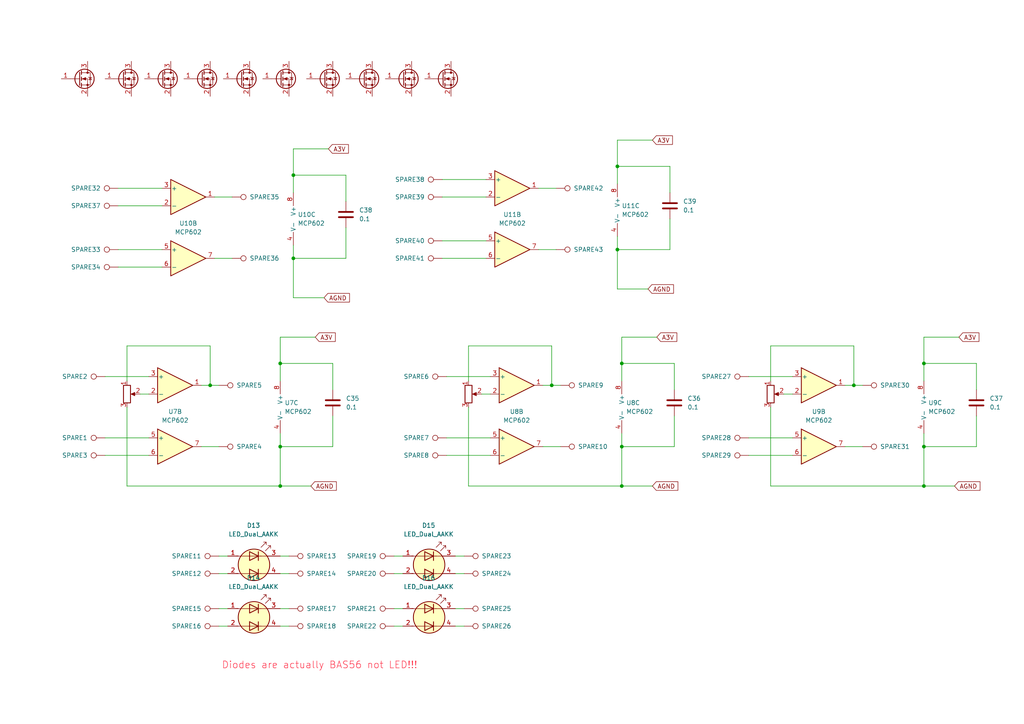
<source format=kicad_sch>
(kicad_sch (version 20250114) (generator "eeschema") (generator_version "9.0")
  (paper "A4")
  (lib_symbols
    (symbol "Amplifier_Operational:MCP602" (pin_names (offset 0.127))
      (property "Reference" "U" (at 0 5.08 0))
      (property "Value" "MCP602" (at 0 -5.08 0))
      (symbol "MCP602_1_1"
        (polyline (pts (xy -5.08 5.08) (xy 5.08 0) (xy -5.08 -5.08) (xy -5.08 5.08)) (stroke (width 0.254)) (fill (type background)))
        (pin input line (at -7.62 2.54 0) (length 2.54) (name "+") (number "3"))
        (pin input line (at -7.62 -2.54 0) (length 2.54) (name "-") (number "2"))
        (pin output line (at 7.62 0 180) (length 2.54) (name "~") (number "1"))
      )
      (symbol "MCP602_2_1"
        (polyline (pts (xy -5.08 5.08) (xy 5.08 0) (xy -5.08 -5.08) (xy -5.08 5.08)) (stroke (width 0.254)) (fill (type background)))
        (pin input line (at -7.62 2.54 0) (length 2.54) (name "+") (number "5"))
        (pin input line (at -7.62 -2.54 0) (length 2.54) (name "-") (number "6"))
        (pin output line (at 7.62 0 180) (length 2.54) (name "~") (number "7"))
      )
      (symbol "MCP602_3_1"
        (pin power_in line (at -2.54 7.62 270) (length 3.81) (name "V+") (number "8"))
        (pin power_in line (at -2.54 -7.62 90) (length 3.81) (name "V-") (number "4"))
      )
    )
    (symbol "Connector:TestPoint" (pin_numbers (hide yes)) (pin_names (offset 0.762) (hide yes))
      (property "Reference" "TP" (at 0 6.858 0))
      (property "Value" "TestPoint" (at 0 5.08 0))
      (symbol "TestPoint_0_1"
        (circle (center 0 3.302) (radius 0.762))
      )
      (symbol "TestPoint_1_1"
        (pin passive line (at 0 0 90) (length 2.54) (name "1") (number "1"))
      )
    )
    (symbol "Device:C" (pin_numbers (hide yes)) (pin_names (offset 0.254))
      (property "Reference" "C" (at 0.635 2.54 0))
      (property "Value" "C" (at 0.635 -2.54 0))
      (symbol "C_0_1"
        (polyline (pts (xy -2.032 0.762) (xy 2.032 0.762)) (stroke (width 0.508)))
        (polyline (pts (xy -2.032 -0.762) (xy 2.032 -0.762)) (stroke (width 0.508)))
      )
      (symbol "C_1_1"
        (pin passive line (at 0 3.81 270) (length 2.794) (name "~") (number "1"))
        (pin passive line (at 0 -3.81 90) (length 2.794) (name "~") (number "2"))
      )
    )
    (symbol "Device:LED_Dual_AAKK" (pin_names (offset 0) (hide yes))
      (property "Reference" "D" (at 0 5.715 0))
      (property "Value" "LED_Dual_AAKK" (at 0 -6.35 0))
      (symbol "LED_Dual_AAKK_0_1"
        (polyline (pts (xy -5.08 2.54) (xy 2.032 2.54)))
        (polyline (pts (xy -5.08 -2.54) (xy 2.032 -2.54)))
        (polyline (pts (xy -1.27 3.81) (xy -1.27 1.27) (xy 1.27 2.54) (xy -1.27 3.81)) (stroke (width 0.254)))
        (polyline (pts (xy -1.27 -1.27) (xy -1.27 -3.81) (xy 1.27 -2.54) (xy -1.27 -1.27)) (stroke (width 0.254)))
        (circle (center 0 0) (radius 4.572) (stroke (width 0.254)) (fill (type background)))
        (polyline (pts (xy 1.27 3.81) (xy 1.27 1.27)) (stroke (width 0.254)))
        (polyline (pts (xy 1.27 -1.27) (xy 1.27 -3.81)) (stroke (width 0.254)))
        (polyline (pts (xy 2.032 5.08) (xy 3.556 6.604) (xy 2.794 6.604) (xy 3.556 6.604) (xy 3.556 5.842)))
        (polyline (pts (xy 3.302 4.064) (xy 4.826 5.588) (xy 4.064 5.588) (xy 4.826 5.588) (xy 4.826 4.826)))
        (polyline (pts (xy 3.81 2.54) (xy 1.905 2.54)))
        (polyline (pts (xy 3.81 -2.54) (xy 1.905 -2.54)))
      )
      (symbol "LED_Dual_AAKK_1_1"
        (pin input line (at -7.62 2.54 0) (length 3.048) (name "A1") (number "1"))
        (pin input line (at -7.62 -2.54 0) (length 3.048) (name "A2") (number "2"))
        (pin input line (at 7.62 2.54 180) (length 3.81) (name "K1") (number "3"))
        (pin input line (at 7.62 -2.54 180) (length 3.81) (name "K2") (number "4"))
      )
    )
    (symbol "Device:R_Potentiometer" (pin_names (offset 1.016) (hide yes))
      (property "Reference" "RV" (at -4.445 0 90))
      (property "Value" "R_Potentiometer" (at -2.54 0 90))
      (symbol "R_Potentiometer_0_1"
        (rectangle (start 1.016 2.54) (end -1.016 -2.54) (stroke (width 0.254)))
        (polyline (pts (xy 1.143 0) (xy 2.286 0.508) (xy 2.286 -0.508) (xy 1.143 0)) (fill (type outline)))
        (polyline (pts (xy 2.54 0) (xy 1.524 0)))
      )
      (symbol "R_Potentiometer_1_1"
        (pin passive line (at 0 3.81 270) (length 1.27) (name "1") (number "1"))
        (pin passive line (at 0 -3.81 90) (length 1.27) (name "3") (number "3"))
        (pin passive line (at 3.81 0 180) (length 1.27) (name "2") (number "2"))
      )
    )
    (symbol "Transistor_FET:2N7002K" (pin_names (hide yes))
      (property "Reference" "Q" (at 5.08 1.905 0))
      (property "Value" "2N7002K" (at 5.08 0 0))
      (symbol "2N7002K_0_1"
        (polyline (pts (xy 0.254 1.905) (xy 0.254 -1.905)) (stroke (width 0.254)))
        (polyline (pts (xy 0.254 0) (xy -2.54 0)))
        (polyline (pts (xy 0.762 2.286) (xy 0.762 1.27)) (stroke (width 0.254)))
        (polyline (pts (xy 0.762 0.508) (xy 0.762 -0.508)) (stroke (width 0.254)))
        (polyline (pts (xy 0.762 -1.27) (xy 0.762 -2.286)) (stroke (width 0.254)))
        (polyline (pts (xy 0.762 -1.778) (xy 3.302 -1.778) (xy 3.302 1.778) (xy 0.762 1.778)))
        (polyline (pts (xy 1.016 0) (xy 2.032 0.381) (xy 2.032 -0.381) (xy 1.016 0)) (fill (type outline)))
        (circle (center 1.651 0) (radius 2.794) (stroke (width 0.254)))
        (polyline (pts (xy 2.54 2.54) (xy 2.54 1.778)))
        (circle (center 2.54 1.778) (radius 0.254) (fill (type outline)))
        (circle (center 2.54 -1.778) (radius 0.254) (fill (type outline)))
        (polyline (pts (xy 2.54 -2.54) (xy 2.54 0) (xy 0.762 0)))
        (polyline (pts (xy 2.794 0.508) (xy 2.921 0.381) (xy 3.683 0.381) (xy 3.81 0.254)))
        (polyline (pts (xy 3.302 0.381) (xy 2.921 -0.254) (xy 3.683 -0.254) (xy 3.302 0.381)))
      )
      (symbol "2N7002K_1_1"
        (pin input line (at -5.08 0 0) (length 2.54) (name "G") (number "1"))
        (pin passive line (at 2.54 5.08 270) (length 2.54) (name "D") (number "3"))
        (pin passive line (at 2.54 -5.08 90) (length 2.54) (name "S") (number "2"))
      )
    )
  )
  (text "Diodes are actually BAS56 not LED!!!" (at 92.71 193.04 0) (effects (font (size 2 2))))
  (junction (at 81.28 129.54))
  (junction (at 85.09 74.93))
  (junction (at 267.97 105.41))
  (junction (at 81.28 105.41))
  (junction (at 267.97 140.97))
  (junction (at 180.34 129.54))
  (junction (at 267.97 129.54))
  (junction (at 179.07 72.39))
  (junction (at 85.09 50.8))
  (junction (at 247.65 111.76))
  (junction (at 81.28 140.97))
  (junction (at 60.96 111.76))
  (junction (at 180.34 105.41))
  (junction (at 180.34 140.97))
  (junction (at 160.02 111.76))
  (junction (at 179.07 48.26))
  (wire (pts (xy 96.52 120.65) (xy 96.52 129.54)))
  (wire (pts (xy 267.97 140.97) (xy 276.86 140.97)))
  (wire (pts (xy 60.96 100.33) (xy 60.96 111.76)))
  (wire (pts (xy 60.96 111.76) (xy 63.5 111.76)))
  (wire (pts (xy 96.52 113.03) (xy 96.52 105.41)))
  (wire (pts (xy 128.27 52.07) (xy 140.97 52.07)))
  (wire (pts (xy 30.48 109.22) (xy 43.18 109.22)))
  (wire (pts (xy 63.5 181.61) (xy 66.04 181.61)))
  (wire (pts (xy 34.29 77.47) (xy 46.99 77.47)))
  (wire (pts (xy 85.09 43.18) (xy 95.25 43.18)))
  (wire (pts (xy 223.52 100.33) (xy 223.52 110.49)))
  (wire (pts (xy 283.21 120.65) (xy 283.21 129.54)))
  (wire (pts (xy 157.48 129.54) (xy 162.56 129.54)))
  (wire (pts (xy 132.08 181.61) (xy 134.62 181.61)))
  (wire (pts (xy 40.64 114.3) (xy 43.18 114.3)))
  (wire (pts (xy 114.3 166.37) (xy 116.84 166.37)))
  (wire (pts (xy 157.48 111.76) (xy 160.02 111.76)))
  (wire (pts (xy 180.34 105.41) (xy 195.58 105.41)))
  (wire (pts (xy 179.07 40.64) (xy 189.23 40.64)))
  (wire (pts (xy 267.97 97.79) (xy 278.13 97.79)))
  (wire (pts (xy 267.97 129.54) (xy 267.97 140.97)))
  (wire (pts (xy 36.83 100.33) (xy 60.96 100.33)))
  (wire (pts (xy 267.97 105.41) (xy 267.97 110.49)))
  (wire (pts (xy 132.08 161.29) (xy 134.62 161.29)))
  (wire (pts (xy 81.28 97.79) (xy 91.44 97.79)))
  (wire (pts (xy 247.65 100.33) (xy 247.65 111.76)))
  (wire (pts (xy 217.17 127) (xy 229.87 127)))
  (wire (pts (xy 128.27 57.15) (xy 140.97 57.15)))
  (wire (pts (xy 156.21 54.61) (xy 161.29 54.61)))
  (wire (pts (xy 180.34 125.73) (xy 180.34 129.54)))
  (wire (pts (xy 135.89 100.33) (xy 160.02 100.33)))
  (wire (pts (xy 81.28 105.41) (xy 96.52 105.41)))
  (wire (pts (xy 179.07 72.39) (xy 194.31 72.39)))
  (wire (pts (xy 129.54 132.08) (xy 142.24 132.08)))
  (wire (pts (xy 180.34 105.41) (xy 180.34 110.49)))
  (wire (pts (xy 81.28 140.97) (xy 90.17 140.97)))
  (wire (pts (xy 128.27 69.85) (xy 140.97 69.85)))
  (wire (pts (xy 267.97 97.79) (xy 267.97 105.41)))
  (wire (pts (xy 195.58 120.65) (xy 195.58 129.54)))
  (wire (pts (xy 85.09 50.8) (xy 85.09 55.88)))
  (wire (pts (xy 85.09 43.18) (xy 85.09 50.8)))
  (wire (pts (xy 81.28 166.37) (xy 83.82 166.37)))
  (wire (pts (xy 194.31 63.5) (xy 194.31 72.39)))
  (wire (pts (xy 129.54 127) (xy 142.24 127)))
  (wire (pts (xy 179.07 40.64) (xy 179.07 48.26)))
  (wire (pts (xy 180.34 97.79) (xy 190.5 97.79)))
  (wire (pts (xy 223.52 100.33) (xy 247.65 100.33)))
  (wire (pts (xy 179.07 83.82) (xy 187.96 83.82)))
  (wire (pts (xy 100.33 66.04) (xy 100.33 74.93)))
  (wire (pts (xy 135.89 140.97) (xy 180.34 140.97)))
  (wire (pts (xy 217.17 132.08) (xy 229.87 132.08)))
  (wire (pts (xy 156.21 72.39) (xy 161.29 72.39)))
  (wire (pts (xy 63.5 161.29) (xy 66.04 161.29)))
  (wire (pts (xy 85.09 71.12) (xy 85.09 74.93)))
  (wire (pts (xy 81.28 176.53) (xy 83.82 176.53)))
  (wire (pts (xy 132.08 166.37) (xy 134.62 166.37)))
  (wire (pts (xy 128.27 74.93) (xy 140.97 74.93)))
  (wire (pts (xy 81.28 125.73) (xy 81.28 129.54)))
  (wire (pts (xy 247.65 111.76) (xy 250.19 111.76)))
  (wire (pts (xy 81.28 129.54) (xy 81.28 140.97)))
  (wire (pts (xy 30.48 132.08) (xy 43.18 132.08)))
  (wire (pts (xy 179.07 48.26) (xy 179.07 53.34)))
  (wire (pts (xy 34.29 54.61) (xy 46.99 54.61)))
  (wire (pts (xy 135.89 118.11) (xy 135.89 140.97)))
  (wire (pts (xy 267.97 129.54) (xy 283.21 129.54)))
  (wire (pts (xy 34.29 72.39) (xy 46.99 72.39)))
  (wire (pts (xy 179.07 68.58) (xy 179.07 72.39)))
  (wire (pts (xy 85.09 86.36) (xy 93.98 86.36)))
  (wire (pts (xy 58.42 111.76) (xy 60.96 111.76)))
  (wire (pts (xy 100.33 58.42) (xy 100.33 50.8)))
  (wire (pts (xy 62.23 74.93) (xy 67.31 74.93)))
  (wire (pts (xy 81.28 181.61) (xy 83.82 181.61)))
  (wire (pts (xy 62.23 57.15) (xy 67.31 57.15)))
  (wire (pts (xy 129.54 109.22) (xy 142.24 109.22)))
  (wire (pts (xy 34.29 59.69) (xy 46.99 59.69)))
  (wire (pts (xy 135.89 100.33) (xy 135.89 110.49)))
  (wire (pts (xy 194.31 55.88) (xy 194.31 48.26)))
  (wire (pts (xy 179.07 72.39) (xy 179.07 83.82)))
  (wire (pts (xy 81.28 97.79) (xy 81.28 105.41)))
  (wire (pts (xy 63.5 166.37) (xy 66.04 166.37)))
  (wire (pts (xy 180.34 97.79) (xy 180.34 105.41)))
  (wire (pts (xy 223.52 140.97) (xy 267.97 140.97)))
  (wire (pts (xy 30.48 127) (xy 43.18 127)))
  (wire (pts (xy 114.3 181.61) (xy 116.84 181.61)))
  (wire (pts (xy 85.09 74.93) (xy 85.09 86.36)))
  (wire (pts (xy 81.28 129.54) (xy 96.52 129.54)))
  (wire (pts (xy 195.58 113.03) (xy 195.58 105.41)))
  (wire (pts (xy 160.02 111.76) (xy 162.56 111.76)))
  (wire (pts (xy 267.97 125.73) (xy 267.97 129.54)))
  (wire (pts (xy 114.3 161.29) (xy 116.84 161.29)))
  (wire (pts (xy 36.83 118.11) (xy 36.83 140.97)))
  (wire (pts (xy 179.07 48.26) (xy 194.31 48.26)))
  (wire (pts (xy 180.34 129.54) (xy 180.34 140.97)))
  (wire (pts (xy 85.09 50.8) (xy 100.33 50.8)))
  (wire (pts (xy 63.5 176.53) (xy 66.04 176.53)))
  (wire (pts (xy 139.7 114.3) (xy 142.24 114.3)))
  (wire (pts (xy 85.09 74.93) (xy 100.33 74.93)))
  (wire (pts (xy 58.42 129.54) (xy 63.5 129.54)))
  (wire (pts (xy 114.3 176.53) (xy 116.84 176.53)))
  (wire (pts (xy 223.52 118.11) (xy 223.52 140.97)))
  (wire (pts (xy 283.21 113.03) (xy 283.21 105.41)))
  (wire (pts (xy 81.28 161.29) (xy 83.82 161.29)))
  (wire (pts (xy 180.34 140.97) (xy 189.23 140.97)))
  (wire (pts (xy 180.34 129.54) (xy 195.58 129.54)))
  (wire (pts (xy 245.11 129.54) (xy 250.19 129.54)))
  (wire (pts (xy 245.11 111.76) (xy 247.65 111.76)))
  (wire (pts (xy 36.83 140.97) (xy 81.28 140.97)))
  (wire (pts (xy 217.17 109.22) (xy 229.87 109.22)))
  (wire (pts (xy 267.97 105.41) (xy 283.21 105.41)))
  (wire (pts (xy 160.02 100.33) (xy 160.02 111.76)))
  (wire (pts (xy 227.33 114.3) (xy 229.87 114.3)))
  (wire (pts (xy 81.28 105.41) (xy 81.28 110.49)))
  (wire (pts (xy 132.08 176.53) (xy 134.62 176.53)))
  (wire (pts (xy 36.83 100.33) (xy 36.83 110.49)))
  (global_label "AGND" (shape input) (at 90.17 140.97 0) (property "Intersheetrefs" "${INTERSHEET_REFS}" (effects (hide yes))))
  (global_label "A3V" (shape input) (at 190.5 97.79 0) (property "Intersheetrefs" "${INTERSHEET_REFS}" (effects (hide yes))))
  (global_label "A3V" (shape input) (at 278.13 97.79 0) (property "Intersheetrefs" "${INTERSHEET_REFS}" (effects (hide yes))))
  (global_label "AGND" (shape input) (at 189.23 140.97 0) (property "Intersheetrefs" "${INTERSHEET_REFS}" (effects (hide yes))))
  (global_label "A3V" (shape input) (at 91.44 97.79 0) (property "Intersheetrefs" "${INTERSHEET_REFS}" (effects (hide yes))))
  (global_label "A3V" (shape input) (at 189.23 40.64 0) (property "Intersheetrefs" "${INTERSHEET_REFS}" (effects (hide yes))))
  (global_label "AGND" (shape input) (at 276.86 140.97 0) (property "Intersheetrefs" "${INTERSHEET_REFS}" (effects (hide yes))))
  (global_label "AGND" (shape input) (at 187.96 83.82 0) (property "Intersheetrefs" "${INTERSHEET_REFS}" (effects (hide yes))))
  (global_label "A3V" (shape input) (at 95.25 43.18 0) (property "Intersheetrefs" "${INTERSHEET_REFS}" (effects (hide yes))))
  (global_label "AGND" (shape input) (at 93.98 86.36 0) (property "Intersheetrefs" "${INTERSHEET_REFS}" (effects (hide yes))))
  (symbol (lib_id "Connector:TestPoint") (at 63.5 111.76 270) (unit 1)
    (property "Reference" "SPARE5" (at 68.58 111.7599 90) (effects (justify left)))
    (property "Value" "TestPoint" (effects (hide yes)))
    (property "Footprint" "TestPoint:TestPoint_Pad_1.0x1.0mm" (effects (hide yes)))
    (property "Description" "test point" (effects (hide yes)))
  )
  (symbol (lib_id "Connector:TestPoint") (at 128.27 69.85 90) (unit 1)
    (property "Reference" "SPARE40" (at 123.19 69.8501 90) (effects (justify left)))
    (property "Value" "TestPoint" (effects (hide yes)))
    (property "Footprint" "TestPoint:TestPoint_Pad_1.0x1.0mm" (effects (hide yes)))
    (property "Description" "test point" (effects (hide yes)))
  )
  (symbol (lib_id "Amplifier_Operational:MCP602") (at 237.49 129.54 0) (unit 2)
    (property "Reference" "U9" (at 237.49 119.38 0))
    (property "Value" "MCP602" (at 237.49 121.92 0))
    (property "Footprint" "Package_SO:SOIC-8_3.9x4.9mm_P1.27mm" (effects (hide yes)))
    (property "Datasheet" "http://ww1.microchip.com/downloads/en/DeviceDoc/21314g.pdf" (effects (hide yes)))
    (property "Description" "Dual 2.7V to 6.0V Single Supply CMOS Op Amps, DIP-8/SOIC-8/TSSOP-8" (effects (hide yes)))
  )
  (symbol (lib_id "Connector:TestPoint") (at 30.48 127 90) (unit 1)
    (property "Reference" "SPARE1" (at 25.4 127.0001 90) (effects (justify left)))
    (property "Value" "TestPoint" (effects (hide yes)))
    (property "Footprint" "TestPoint:TestPoint_Pad_1.0x1.0mm" (effects (hide yes)))
    (property "Description" "test point" (effects (hide yes)))
  )
  (symbol (lib_id "Transistor_FET:2N7002K") (at 105.41 22.86 0) (unit 1)
    (property "Reference" "Q25" (effects (hide yes)))
    (property "Value" "2N7002K" (effects (hide yes)))
    (property "Footprint" "Package_TO_SOT_SMD:SOT-23_Handsoldering" (effects (hide yes)))
    (property "Datasheet" "https://www.diodes.com/assets/Datasheets/ds30896.pdf" (effects (hide yes)))
    (property "Description" "0.38A Id, 60V Vds, N-Channel MOSFET, SOT-23" (effects (hide yes)))
  )
  (symbol (lib_id "Connector:TestPoint") (at 114.3 161.29 90) (unit 1)
    (property "Reference" "SPARE19" (at 109.22 161.2901 90) (effects (justify left)))
    (property "Value" "TestPoint" (effects (hide yes)))
    (property "Footprint" "TestPoint:TestPoint_Pad_1.0x1.0mm" (effects (hide yes)))
    (property "Description" "test point" (effects (hide yes)))
  )
  (symbol (lib_id "Connector:TestPoint") (at 63.5 166.37 90) (unit 1)
    (property "Reference" "SPARE12" (at 58.42 166.3701 90) (effects (justify left)))
    (property "Value" "TestPoint" (effects (hide yes)))
    (property "Footprint" "TestPoint:TestPoint_Pad_1.0x1.0mm" (effects (hide yes)))
    (property "Description" "test point" (effects (hide yes)))
  )
  (symbol (lib_id "Transistor_FET:2N7002K") (at 58.42 22.86 0) (unit 1)
    (property "Reference" "Q21" (effects (hide yes)))
    (property "Value" "2N7002K" (effects (hide yes)))
    (property "Footprint" "Package_TO_SOT_SMD:SOT-23_Handsoldering" (effects (hide yes)))
    (property "Datasheet" "https://www.diodes.com/assets/Datasheets/ds30896.pdf" (effects (hide yes)))
    (property "Description" "0.38A Id, 60V Vds, N-Channel MOSFET, SOT-23" (effects (hide yes)))
  )
  (symbol (lib_id "Transistor_FET:2N7002K") (at 46.99 22.86 0) (unit 1)
    (property "Reference" "Q19" (effects (hide yes)))
    (property "Value" "2N7002K" (effects (hide yes)))
    (property "Footprint" "Package_TO_SOT_SMD:SOT-23_Handsoldering" (effects (hide yes)))
    (property "Datasheet" "https://www.diodes.com/assets/Datasheets/ds30896.pdf" (effects (hide yes)))
    (property "Description" "0.38A Id, 60V Vds, N-Channel MOSFET, SOT-23" (effects (hide yes)))
  )
  (symbol (lib_id "Connector:TestPoint") (at 30.48 132.08 90) (unit 1)
    (property "Reference" "SPARE3" (at 25.4 132.0801 90) (effects (justify left)))
    (property "Value" "TestPoint" (effects (hide yes)))
    (property "Footprint" "TestPoint:TestPoint_Pad_1.0x1.0mm" (effects (hide yes)))
    (property "Description" "test point" (effects (hide yes)))
  )
  (symbol (lib_id "Connector:TestPoint") (at 134.62 166.37 270) (unit 1)
    (property "Reference" "SPARE24" (at 139.7 166.3699 90) (effects (justify left)))
    (property "Value" "TestPoint" (effects (hide yes)))
    (property "Footprint" "TestPoint:TestPoint_Pad_1.0x1.0mm" (effects (hide yes)))
    (property "Description" "test point" (effects (hide yes)))
  )
  (symbol (lib_id "Connector:TestPoint") (at 30.48 109.22 90) (unit 1)
    (property "Reference" "SPARE2" (at 25.4 109.2201 90) (effects (justify left)))
    (property "Value" "TestPoint" (effects (hide yes)))
    (property "Footprint" "TestPoint:TestPoint_Pad_1.0x1.0mm" (effects (hide yes)))
    (property "Description" "test point" (effects (hide yes)))
  )
  (symbol (lib_id "Device:R_Potentiometer") (at 135.89 114.3 0) (unit 1)
    (property "Reference" "RV17" (effects (hide yes)))
    (property "Value" "R_Potentiometer" (effects (hide yes)))
    (property "Footprint" "Potentiometer_SMD:Potentiometer_Bourns_TC33X_Vertical" (effects (hide yes)))
    (property "Description" "Potentiometer" (effects (hide yes)))
  )
  (symbol (lib_id "Amplifier_Operational:MCP602") (at 181.61 60.96 0) (unit 3)
    (property "Reference" "U11" (at 180.34 59.6899 0) (effects (justify left)))
    (property "Value" "MCP602" (at 180.34 62.2299 0) (effects (justify left)))
    (property "Footprint" "Package_SO:SOIC-8_3.9x4.9mm_P1.27mm" (effects (hide yes)))
    (property "Datasheet" "http://ww1.microchip.com/downloads/en/DeviceDoc/21314g.pdf" (effects (hide yes)))
    (property "Description" "Dual 2.7V to 6.0V Single Supply CMOS Op Amps, DIP-8/SOIC-8/TSSOP-8" (effects (hide yes)))
  )
  (symbol (lib_id "Amplifier_Operational:MCP602") (at 148.59 54.61 0) (unit 1)
    (property "Reference" "U11" (effects (hide yes)))
    (property "Value" "MCP602" (effects (hide yes)))
    (property "Footprint" "Package_SO:SOIC-8_3.9x4.9mm_P1.27mm" (effects (hide yes)))
    (property "Datasheet" "http://ww1.microchip.com/downloads/en/DeviceDoc/21314g.pdf" (effects (hide yes)))
    (property "Description" "Dual 2.7V to 6.0V Single Supply CMOS Op Amps, DIP-8/SOIC-8/TSSOP-8" (effects (hide yes)))
  )
  (symbol (lib_id "Connector:TestPoint") (at 67.31 57.15 270) (unit 1)
    (property "Reference" "SPARE35" (at 72.39 57.1499 90) (effects (justify left)))
    (property "Value" "TestPoint" (effects (hide yes)))
    (property "Footprint" "TestPoint:TestPoint_Pad_1.0x1.0mm" (effects (hide yes)))
    (property "Description" "test point" (effects (hide yes)))
  )
  (symbol (lib_id "Device:LED_Dual_AAKK") (at 124.46 179.07 0) (unit 1)
    (property "Reference" "D16" (at 124.333 167.64 0))
    (property "Value" "LED_Dual_AAKK" (at 124.333 170.18 0))
    (property "Footprint" "Package_TO_SOT_SMD:SOT-143" (effects (hide yes)))
    (property "Description" "Dual LED, cathodes on pins 3 and 4" (effects (hide yes)))
  )
  (symbol (lib_id "Device:R_Potentiometer") (at 36.83 114.3 0) (unit 1)
    (property "Reference" "RV16" (effects (hide yes)))
    (property "Value" "R_Potentiometer" (effects (hide yes)))
    (property "Footprint" "Potentiometer_SMD:Potentiometer_Bourns_TC33X_Vertical" (effects (hide yes)))
    (property "Description" "Potentiometer" (effects (hide yes)))
  )
  (symbol (lib_id "Connector:TestPoint") (at 83.82 176.53 270) (unit 1)
    (property "Reference" "SPARE17" (at 88.9 176.5299 90) (effects (justify left)))
    (property "Value" "TestPoint" (effects (hide yes)))
    (property "Footprint" "TestPoint:TestPoint_Pad_1.0x1.0mm" (effects (hide yes)))
    (property "Description" "test point" (effects (hide yes)))
  )
  (symbol (lib_id "Connector:TestPoint") (at 129.54 132.08 90) (unit 1)
    (property "Reference" "SPARE8" (at 124.46 132.0801 90) (effects (justify left)))
    (property "Value" "TestPoint" (effects (hide yes)))
    (property "Footprint" "TestPoint:TestPoint_Pad_1.0x1.0mm" (effects (hide yes)))
    (property "Description" "test point" (effects (hide yes)))
  )
  (symbol (lib_id "Amplifier_Operational:MCP602") (at 148.59 72.39 0) (unit 2)
    (property "Reference" "U11" (at 148.59 62.23 0))
    (property "Value" "MCP602" (at 148.59 64.77 0))
    (property "Footprint" "Package_SO:SOIC-8_3.9x4.9mm_P1.27mm" (effects (hide yes)))
    (property "Datasheet" "http://ww1.microchip.com/downloads/en/DeviceDoc/21314g.pdf" (effects (hide yes)))
    (property "Description" "Dual 2.7V to 6.0V Single Supply CMOS Op Amps, DIP-8/SOIC-8/TSSOP-8" (effects (hide yes)))
  )
  (symbol (lib_id "Connector:TestPoint") (at 34.29 54.61 90) (unit 1)
    (property "Reference" "SPARE32" (at 29.21 54.6101 90) (effects (justify left)))
    (property "Value" "TestPoint" (effects (hide yes)))
    (property "Footprint" "TestPoint:TestPoint_Pad_1.0x1.0mm" (effects (hide yes)))
    (property "Description" "test point" (effects (hide yes)))
  )
  (symbol (lib_id "Transistor_FET:2N7002K") (at 81.28 22.86 0) (unit 1)
    (property "Reference" "Q22" (effects (hide yes)))
    (property "Value" "2N7002K" (effects (hide yes)))
    (property "Footprint" "Package_TO_SOT_SMD:SOT-23_Handsoldering" (effects (hide yes)))
    (property "Datasheet" "https://www.diodes.com/assets/Datasheets/ds30896.pdf" (effects (hide yes)))
    (property "Description" "0.38A Id, 60V Vds, N-Channel MOSFET, SOT-23" (effects (hide yes)))
  )
  (symbol (lib_id "Connector:TestPoint") (at 250.19 129.54 270) (unit 1)
    (property "Reference" "SPARE31" (at 255.27 129.5399 90) (effects (justify left)))
    (property "Value" "TestPoint" (effects (hide yes)))
    (property "Footprint" "TestPoint:TestPoint_Pad_1.0x1.0mm" (effects (hide yes)))
    (property "Description" "test point" (effects (hide yes)))
  )
  (symbol (lib_id "Amplifier_Operational:MCP602") (at 87.63 63.5 0) (unit 3)
    (property "Reference" "U10" (at 86.36 62.2299 0) (effects (justify left)))
    (property "Value" "MCP602" (at 86.36 64.7699 0) (effects (justify left)))
    (property "Footprint" "Package_SO:SOIC-8_3.9x4.9mm_P1.27mm" (effects (hide yes)))
    (property "Datasheet" "http://ww1.microchip.com/downloads/en/DeviceDoc/21314g.pdf" (effects (hide yes)))
    (property "Description" "Dual 2.7V to 6.0V Single Supply CMOS Op Amps, DIP-8/SOIC-8/TSSOP-8" (effects (hide yes)))
  )
  (symbol (lib_id "Connector:TestPoint") (at 134.62 161.29 270) (unit 1)
    (property "Reference" "SPARE23" (at 139.7 161.2899 90) (effects (justify left)))
    (property "Value" "TestPoint" (effects (hide yes)))
    (property "Footprint" "TestPoint:TestPoint_Pad_1.0x1.0mm" (effects (hide yes)))
    (property "Description" "test point" (effects (hide yes)))
  )
  (symbol (lib_id "Connector:TestPoint") (at 83.82 181.61 270) (unit 1)
    (property "Reference" "SPARE18" (at 88.9 181.6099 90) (effects (justify left)))
    (property "Value" "TestPoint" (effects (hide yes)))
    (property "Footprint" "TestPoint:TestPoint_Pad_1.0x1.0mm" (effects (hide yes)))
    (property "Description" "test point" (effects (hide yes)))
  )
  (symbol (lib_id "Connector:TestPoint") (at 63.5 161.29 90) (unit 1)
    (property "Reference" "SPARE11" (at 58.42 161.2901 90) (effects (justify left)))
    (property "Value" "TestPoint" (effects (hide yes)))
    (property "Footprint" "TestPoint:TestPoint_Pad_1.0x1.0mm" (effects (hide yes)))
    (property "Description" "test point" (effects (hide yes)))
  )
  (symbol (lib_id "Connector:TestPoint") (at 129.54 109.22 90) (unit 1)
    (property "Reference" "SPARE6" (at 124.46 109.2201 90) (effects (justify left)))
    (property "Value" "TestPoint" (effects (hide yes)))
    (property "Footprint" "TestPoint:TestPoint_Pad_1.0x1.0mm" (effects (hide yes)))
    (property "Description" "test point" (effects (hide yes)))
  )
  (symbol (lib_id "Device:C") (at 283.21 116.84 0) (unit 1)
    (property "Reference" "C37" (at 287.02 115.5699 0) (effects (justify left)))
    (property "Value" "0.1" (at 287.02 118.1099 0) (effects (justify left)))
    (property "Footprint" "Capacitor_SMD:C_1206_3216Metric" (effects (hide yes)))
    (property "Description" "Unpolarized capacitor" (effects (hide yes)))
  )
  (symbol (lib_id "Amplifier_Operational:MCP602") (at 237.49 111.76 0) (unit 1)
    (property "Reference" "U9" (effects (hide yes)))
    (property "Value" "MCP602" (effects (hide yes)))
    (property "Footprint" "Package_SO:SOIC-8_3.9x4.9mm_P1.27mm" (effects (hide yes)))
    (property "Datasheet" "http://ww1.microchip.com/downloads/en/DeviceDoc/21314g.pdf" (effects (hide yes)))
    (property "Description" "Dual 2.7V to 6.0V Single Supply CMOS Op Amps, DIP-8/SOIC-8/TSSOP-8" (effects (hide yes)))
  )
  (symbol (lib_id "Amplifier_Operational:MCP602") (at 50.8 129.54 0) (unit 2)
    (property "Reference" "U7" (at 50.8 119.38 0))
    (property "Value" "MCP602" (at 50.8 121.92 0))
    (property "Footprint" "Package_SO:SOIC-8_3.9x4.9mm_P1.27mm" (effects (hide yes)))
    (property "Datasheet" "http://ww1.microchip.com/downloads/en/DeviceDoc/21314g.pdf" (effects (hide yes)))
    (property "Description" "Dual 2.7V to 6.0V Single Supply CMOS Op Amps, DIP-8/SOIC-8/TSSOP-8" (effects (hide yes)))
  )
  (symbol (lib_id "Amplifier_Operational:MCP602") (at 54.61 74.93 0) (unit 2)
    (property "Reference" "U10" (at 54.61 64.77 0))
    (property "Value" "MCP602" (at 54.61 67.31 0))
    (property "Footprint" "Package_SO:SOIC-8_3.9x4.9mm_P1.27mm" (effects (hide yes)))
    (property "Datasheet" "http://ww1.microchip.com/downloads/en/DeviceDoc/21314g.pdf" (effects (hide yes)))
    (property "Description" "Dual 2.7V to 6.0V Single Supply CMOS Op Amps, DIP-8/SOIC-8/TSSOP-8" (effects (hide yes)))
  )
  (symbol (lib_id "Transistor_FET:2N7002K") (at 22.86 22.86 0) (unit 1)
    (property "Reference" "Q11" (effects (hide yes)))
    (property "Value" "2N7002K" (effects (hide yes)))
    (property "Footprint" "Package_TO_SOT_SMD:SOT-23_Handsoldering" (effects (hide yes)))
    (property "Datasheet" "https://www.diodes.com/assets/Datasheets/ds30896.pdf" (effects (hide yes)))
    (property "Description" "0.38A Id, 60V Vds, N-Channel MOSFET, SOT-23" (effects (hide yes)))
  )
  (symbol (lib_id "Amplifier_Operational:MCP602") (at 54.61 57.15 0) (unit 1)
    (property "Reference" "U10" (effects (hide yes)))
    (property "Value" "MCP602" (effects (hide yes)))
    (property "Footprint" "Package_SO:SOIC-8_3.9x4.9mm_P1.27mm" (effects (hide yes)))
    (property "Datasheet" "http://ww1.microchip.com/downloads/en/DeviceDoc/21314g.pdf" (effects (hide yes)))
    (property "Description" "Dual 2.7V to 6.0V Single Supply CMOS Op Amps, DIP-8/SOIC-8/TSSOP-8" (effects (hide yes)))
  )
  (symbol (lib_id "Connector:TestPoint") (at 63.5 181.61 90) (unit 1)
    (property "Reference" "SPARE16" (at 58.42 181.6101 90) (effects (justify left)))
    (property "Value" "TestPoint" (effects (hide yes)))
    (property "Footprint" "TestPoint:TestPoint_Pad_1.0x1.0mm" (effects (hide yes)))
    (property "Description" "test point" (effects (hide yes)))
  )
  (symbol (lib_id "Amplifier_Operational:MCP602") (at 149.86 129.54 0) (unit 2)
    (property "Reference" "U8" (at 149.86 119.38 0))
    (property "Value" "MCP602" (at 149.86 121.92 0))
    (property "Footprint" "Package_SO:SOIC-8_3.9x4.9mm_P1.27mm" (effects (hide yes)))
    (property "Datasheet" "http://ww1.microchip.com/downloads/en/DeviceDoc/21314g.pdf" (effects (hide yes)))
    (property "Description" "Dual 2.7V to 6.0V Single Supply CMOS Op Amps, DIP-8/SOIC-8/TSSOP-8" (effects (hide yes)))
  )
  (symbol (lib_id "Connector:TestPoint") (at 217.17 132.08 90) (unit 1)
    (property "Reference" "SPARE29" (at 212.09 132.0801 90) (effects (justify left)))
    (property "Value" "TestPoint" (effects (hide yes)))
    (property "Footprint" "TestPoint:TestPoint_Pad_1.0x1.0mm" (effects (hide yes)))
    (property "Description" "test point" (effects (hide yes)))
  )
  (symbol (lib_id "Device:C") (at 195.58 116.84 0) (unit 1)
    (property "Reference" "C36" (at 199.39 115.5699 0) (effects (justify left)))
    (property "Value" "0.1" (at 199.39 118.1099 0) (effects (justify left)))
    (property "Footprint" "Capacitor_SMD:C_1206_3216Metric" (effects (hide yes)))
    (property "Description" "Unpolarized capacitor" (effects (hide yes)))
  )
  (symbol (lib_id "Device:C") (at 100.33 62.23 0) (unit 1)
    (property "Reference" "C38" (at 104.14 60.9599 0) (effects (justify left)))
    (property "Value" "0.1" (at 104.14 63.4999 0) (effects (justify left)))
    (property "Footprint" "Capacitor_SMD:C_1206_3216Metric" (effects (hide yes)))
    (property "Description" "Unpolarized capacitor" (effects (hide yes)))
  )
  (symbol (lib_id "Device:LED_Dual_AAKK") (at 124.46 163.83 0) (unit 1)
    (property "Reference" "D15" (at 124.333 152.4 0))
    (property "Value" "LED_Dual_AAKK" (at 124.333 154.94 0))
    (property "Footprint" "Package_TO_SOT_SMD:SOT-143" (effects (hide yes)))
    (property "Description" "Dual LED, cathodes on pins 3 and 4" (effects (hide yes)))
  )
  (symbol (lib_id "Connector:TestPoint") (at 128.27 57.15 90) (unit 1)
    (property "Reference" "SPARE39" (at 123.19 57.1501 90) (effects (justify left)))
    (property "Value" "TestPoint" (effects (hide yes)))
    (property "Footprint" "TestPoint:TestPoint_Pad_1.0x1.0mm" (effects (hide yes)))
    (property "Description" "test point" (effects (hide yes)))
  )
  (symbol (lib_id "Transistor_FET:2N7002K") (at 35.56 22.86 0) (unit 1)
    (property "Reference" "Q20" (effects (hide yes)))
    (property "Value" "2N7002K" (effects (hide yes)))
    (property "Footprint" "Package_TO_SOT_SMD:SOT-23_Handsoldering" (effects (hide yes)))
    (property "Datasheet" "https://www.diodes.com/assets/Datasheets/ds30896.pdf" (effects (hide yes)))
    (property "Description" "0.38A Id, 60V Vds, N-Channel MOSFET, SOT-23" (effects (hide yes)))
  )
  (symbol (lib_id "Connector:TestPoint") (at 217.17 109.22 90) (unit 1)
    (property "Reference" "SPARE27" (at 212.09 109.2201 90) (effects (justify left)))
    (property "Value" "TestPoint" (effects (hide yes)))
    (property "Footprint" "TestPoint:TestPoint_Pad_1.0x1.0mm" (effects (hide yes)))
    (property "Description" "test point" (effects (hide yes)))
  )
  (symbol (lib_id "Connector:TestPoint") (at 161.29 54.61 270) (unit 1)
    (property "Reference" "SPARE42" (at 166.37 54.6099 90) (effects (justify left)))
    (property "Value" "TestPoint" (effects (hide yes)))
    (property "Footprint" "TestPoint:TestPoint_Pad_1.0x1.0mm" (effects (hide yes)))
    (property "Description" "test point" (effects (hide yes)))
  )
  (symbol (lib_id "Connector:TestPoint") (at 67.31 74.93 270) (unit 1)
    (property "Reference" "SPARE36" (at 72.39 74.9299 90) (effects (justify left)))
    (property "Value" "TestPoint" (effects (hide yes)))
    (property "Footprint" "TestPoint:TestPoint_Pad_1.0x1.0mm" (effects (hide yes)))
    (property "Description" "test point" (effects (hide yes)))
  )
  (symbol (lib_id "Device:C") (at 96.52 116.84 0) (unit 1)
    (property "Reference" "C35" (at 100.33 115.5699 0) (effects (justify left)))
    (property "Value" "0.1" (at 100.33 118.1099 0) (effects (justify left)))
    (property "Footprint" "Capacitor_SMD:C_1206_3216Metric" (effects (hide yes)))
    (property "Description" "Unpolarized capacitor" (effects (hide yes)))
  )
  (symbol (lib_id "Connector:TestPoint") (at 250.19 111.76 270) (unit 1)
    (property "Reference" "SPARE30" (at 255.27 111.7599 90) (effects (justify left)))
    (property "Value" "TestPoint" (effects (hide yes)))
    (property "Footprint" "TestPoint:TestPoint_Pad_1.0x1.0mm" (effects (hide yes)))
    (property "Description" "test point" (effects (hide yes)))
  )
  (symbol (lib_id "Transistor_FET:2N7002K") (at 128.27 22.86 0) (unit 1)
    (property "Reference" "Q27" (effects (hide yes)))
    (property "Value" "2N7002K" (effects (hide yes)))
    (property "Footprint" "Package_TO_SOT_SMD:SOT-23_Handsoldering" (effects (hide yes)))
    (property "Datasheet" "https://www.diodes.com/assets/Datasheets/ds30896.pdf" (effects (hide yes)))
    (property "Description" "0.38A Id, 60V Vds, N-Channel MOSFET, SOT-23" (effects (hide yes)))
  )
  (symbol (lib_id "Amplifier_Operational:MCP602") (at 83.82 118.11 0) (unit 3)
    (property "Reference" "U7" (at 82.55 116.8399 0) (effects (justify left)))
    (property "Value" "MCP602" (at 82.55 119.3799 0) (effects (justify left)))
    (property "Footprint" "Package_SO:SOIC-8_3.9x4.9mm_P1.27mm" (effects (hide yes)))
    (property "Datasheet" "http://ww1.microchip.com/downloads/en/DeviceDoc/21314g.pdf" (effects (hide yes)))
    (property "Description" "Dual 2.7V to 6.0V Single Supply CMOS Op Amps, DIP-8/SOIC-8/TSSOP-8" (effects (hide yes)))
  )
  (symbol (lib_id "Connector:TestPoint") (at 128.27 74.93 90) (unit 1)
    (property "Reference" "SPARE41" (at 123.19 74.9301 90) (effects (justify left)))
    (property "Value" "TestPoint" (effects (hide yes)))
    (property "Footprint" "TestPoint:TestPoint_Pad_1.0x1.0mm" (effects (hide yes)))
    (property "Description" "test point" (effects (hide yes)))
  )
  (symbol (lib_id "Connector:TestPoint") (at 63.5 129.54 270) (unit 1)
    (property "Reference" "SPARE4" (at 68.58 129.5399 90) (effects (justify left)))
    (property "Value" "TestPoint" (effects (hide yes)))
    (property "Footprint" "TestPoint:TestPoint_Pad_1.0x1.0mm" (effects (hide yes)))
    (property "Description" "test point" (effects (hide yes)))
  )
  (symbol (lib_id "Connector:TestPoint") (at 134.62 176.53 270) (unit 1)
    (property "Reference" "SPARE25" (at 139.7 176.5299 90) (effects (justify left)))
    (property "Value" "TestPoint" (effects (hide yes)))
    (property "Footprint" "TestPoint:TestPoint_Pad_1.0x1.0mm" (effects (hide yes)))
    (property "Description" "test point" (effects (hide yes)))
  )
  (symbol (lib_id "Connector:TestPoint") (at 217.17 127 90) (unit 1)
    (property "Reference" "SPARE28" (at 212.09 127.0001 90) (effects (justify left)))
    (property "Value" "TestPoint" (effects (hide yes)))
    (property "Footprint" "TestPoint:TestPoint_Pad_1.0x1.0mm" (effects (hide yes)))
    (property "Description" "test point" (effects (hide yes)))
  )
  (symbol (lib_id "Connector:TestPoint") (at 162.56 111.76 270) (unit 1)
    (property "Reference" "SPARE9" (at 167.64 111.7599 90) (effects (justify left)))
    (property "Value" "TestPoint" (effects (hide yes)))
    (property "Footprint" "TestPoint:TestPoint_Pad_1.0x1.0mm" (effects (hide yes)))
    (property "Description" "test point" (effects (hide yes)))
  )
  (symbol (lib_id "Device:C") (at 194.31 59.69 0) (unit 1)
    (property "Reference" "C39" (at 198.12 58.4199 0) (effects (justify left)))
    (property "Value" "0.1" (at 198.12 60.9599 0) (effects (justify left)))
    (property "Footprint" "Capacitor_SMD:C_1206_3216Metric" (effects (hide yes)))
    (property "Description" "Unpolarized capacitor" (effects (hide yes)))
  )
  (symbol (lib_id "Connector:TestPoint") (at 129.54 127 90) (unit 1)
    (property "Reference" "SPARE7" (at 124.46 127.0001 90) (effects (justify left)))
    (property "Value" "TestPoint" (effects (hide yes)))
    (property "Footprint" "TestPoint:TestPoint_Pad_1.0x1.0mm" (effects (hide yes)))
    (property "Description" "test point" (effects (hide yes)))
  )
  (symbol (lib_id "Connector:TestPoint") (at 34.29 72.39 90) (unit 1)
    (property "Reference" "SPARE33" (at 29.21 72.3901 90) (effects (justify left)))
    (property "Value" "TestPoint" (effects (hide yes)))
    (property "Footprint" "TestPoint:TestPoint_Pad_1.0x1.0mm" (effects (hide yes)))
    (property "Description" "test point" (effects (hide yes)))
  )
  (symbol (lib_id "Connector:TestPoint") (at 83.82 166.37 270) (unit 1)
    (property "Reference" "SPARE14" (at 88.9 166.3699 90) (effects (justify left)))
    (property "Value" "TestPoint" (effects (hide yes)))
    (property "Footprint" "TestPoint:TestPoint_Pad_1.0x1.0mm" (effects (hide yes)))
    (property "Description" "test point" (effects (hide yes)))
  )
  (symbol (lib_id "Amplifier_Operational:MCP602") (at 182.88 118.11 0) (unit 3)
    (property "Reference" "U8" (at 181.61 116.8399 0) (effects (justify left)))
    (property "Value" "MCP602" (at 181.61 119.3799 0) (effects (justify left)))
    (property "Footprint" "Package_SO:SOIC-8_3.9x4.9mm_P1.27mm" (effects (hide yes)))
    (property "Datasheet" "http://ww1.microchip.com/downloads/en/DeviceDoc/21314g.pdf" (effects (hide yes)))
    (property "Description" "Dual 2.7V to 6.0V Single Supply CMOS Op Amps, DIP-8/SOIC-8/TSSOP-8" (effects (hide yes)))
  )
  (symbol (lib_id "Connector:TestPoint") (at 162.56 129.54 270) (unit 1)
    (property "Reference" "SPARE10" (at 167.64 129.5399 90) (effects (justify left)))
    (property "Value" "TestPoint" (effects (hide yes)))
    (property "Footprint" "TestPoint:TestPoint_Pad_1.0x1.0mm" (effects (hide yes)))
    (property "Description" "test point" (effects (hide yes)))
  )
  (symbol (lib_id "Connector:TestPoint") (at 134.62 181.61 270) (unit 1)
    (property "Reference" "SPARE26" (at 139.7 181.6099 90) (effects (justify left)))
    (property "Value" "TestPoint" (effects (hide yes)))
    (property "Footprint" "TestPoint:TestPoint_Pad_1.0x1.0mm" (effects (hide yes)))
    (property "Description" "test point" (effects (hide yes)))
  )
  (symbol (lib_id "Connector:TestPoint") (at 128.27 52.07 90) (unit 1)
    (property "Reference" "SPARE38" (at 123.19 52.0701 90) (effects (justify left)))
    (property "Value" "TestPoint" (effects (hide yes)))
    (property "Footprint" "TestPoint:TestPoint_Pad_1.0x1.0mm" (effects (hide yes)))
    (property "Description" "test point" (effects (hide yes)))
  )
  (symbol (lib_id "Connector:TestPoint") (at 34.29 59.69 90) (unit 1)
    (property "Reference" "SPARE37" (at 29.21 59.6901 90) (effects (justify left)))
    (property "Value" "TestPoint" (effects (hide yes)))
    (property "Footprint" "TestPoint:TestPoint_Pad_1.0x1.0mm" (effects (hide yes)))
    (property "Description" "test point" (effects (hide yes)))
  )
  (symbol (lib_id "Transistor_FET:2N7002K") (at 69.85 22.86 0) (unit 1)
    (property "Reference" "Q23" (effects (hide yes)))
    (property "Value" "2N7002K" (effects (hide yes)))
    (property "Footprint" "Package_TO_SOT_SMD:SOT-23_Handsoldering" (effects (hide yes)))
    (property "Datasheet" "https://www.diodes.com/assets/Datasheets/ds30896.pdf" (effects (hide yes)))
    (property "Description" "0.38A Id, 60V Vds, N-Channel MOSFET, SOT-23" (effects (hide yes)))
  )
  (symbol (lib_id "Connector:TestPoint") (at 34.29 77.47 90) (unit 1)
    (property "Reference" "SPARE34" (at 29.21 77.4701 90) (effects (justify left)))
    (property "Value" "TestPoint" (effects (hide yes)))
    (property "Footprint" "TestPoint:TestPoint_Pad_1.0x1.0mm" (effects (hide yes)))
    (property "Description" "test point" (effects (hide yes)))
  )
  (symbol (lib_id "Amplifier_Operational:MCP602") (at 270.51 118.11 0) (unit 3)
    (property "Reference" "U9" (at 269.24 116.8399 0) (effects (justify left)))
    (property "Value" "MCP602" (at 269.24 119.3799 0) (effects (justify left)))
    (property "Footprint" "Package_SO:SOIC-8_3.9x4.9mm_P1.27mm" (effects (hide yes)))
    (property "Datasheet" "http://ww1.microchip.com/downloads/en/DeviceDoc/21314g.pdf" (effects (hide yes)))
    (property "Description" "Dual 2.7V to 6.0V Single Supply CMOS Op Amps, DIP-8/SOIC-8/TSSOP-8" (effects (hide yes)))
  )
  (symbol (lib_id "Connector:TestPoint") (at 63.5 176.53 90) (unit 1)
    (property "Reference" "SPARE15" (at 58.42 176.5301 90) (effects (justify left)))
    (property "Value" "TestPoint" (effects (hide yes)))
    (property "Footprint" "TestPoint:TestPoint_Pad_1.0x1.0mm" (effects (hide yes)))
    (property "Description" "test point" (effects (hide yes)))
  )
  (symbol (lib_id "Connector:TestPoint") (at 114.3 176.53 90) (unit 1)
    (property "Reference" "SPARE21" (at 109.22 176.5301 90) (effects (justify left)))
    (property "Value" "TestPoint" (effects (hide yes)))
    (property "Footprint" "TestPoint:TestPoint_Pad_1.0x1.0mm" (effects (hide yes)))
    (property "Description" "test point" (effects (hide yes)))
  )
  (symbol (lib_id "Connector:TestPoint") (at 83.82 161.29 270) (unit 1)
    (property "Reference" "SPARE13" (at 88.9 161.2899 90) (effects (justify left)))
    (property "Value" "TestPoint" (effects (hide yes)))
    (property "Footprint" "TestPoint:TestPoint_Pad_1.0x1.0mm" (effects (hide yes)))
    (property "Description" "test point" (effects (hide yes)))
  )
  (symbol (lib_id "Transistor_FET:2N7002K") (at 93.98 22.86 0) (unit 1)
    (property "Reference" "Q24" (effects (hide yes)))
    (property "Value" "2N7002K" (effects (hide yes)))
    (property "Footprint" "Package_TO_SOT_SMD:SOT-23_Handsoldering" (effects (hide yes)))
    (property "Datasheet" "https://www.diodes.com/assets/Datasheets/ds30896.pdf" (effects (hide yes)))
    (property "Description" "0.38A Id, 60V Vds, N-Channel MOSFET, SOT-23" (effects (hide yes)))
  )
  (symbol (lib_id "Device:R_Potentiometer") (at 223.52 114.3 0) (unit 1)
    (property "Reference" "RV18" (effects (hide yes)))
    (property "Value" "R_Potentiometer" (effects (hide yes)))
    (property "Footprint" "Potentiometer_SMD:Potentiometer_Bourns_TC33X_Vertical" (effects (hide yes)))
    (property "Description" "Potentiometer" (effects (hide yes)))
  )
  (symbol (lib_id "Connector:TestPoint") (at 161.29 72.39 270) (unit 1)
    (property "Reference" "SPARE43" (at 166.37 72.3899 90) (effects (justify left)))
    (property "Value" "TestPoint" (effects (hide yes)))
    (property "Footprint" "TestPoint:TestPoint_Pad_1.0x1.0mm" (effects (hide yes)))
    (property "Description" "test point" (effects (hide yes)))
  )
  (symbol (lib_id "Transistor_FET:2N7002K") (at 116.84 22.86 0) (unit 1)
    (property "Reference" "Q26" (effects (hide yes)))
    (property "Value" "2N7002K" (effects (hide yes)))
    (property "Footprint" "Package_TO_SOT_SMD:SOT-23_Handsoldering" (effects (hide yes)))
    (property "Datasheet" "https://www.diodes.com/assets/Datasheets/ds30896.pdf" (effects (hide yes)))
    (property "Description" "0.38A Id, 60V Vds, N-Channel MOSFET, SOT-23" (effects (hide yes)))
  )
  (symbol (lib_id "Amplifier_Operational:MCP602") (at 149.86 111.76 0) (unit 1)
    (property "Reference" "U8" (effects (hide yes)))
    (property "Value" "MCP602" (effects (hide yes)))
    (property "Footprint" "Package_SO:SOIC-8_3.9x4.9mm_P1.27mm" (effects (hide yes)))
    (property "Datasheet" "http://ww1.microchip.com/downloads/en/DeviceDoc/21314g.pdf" (effects (hide yes)))
    (property "Description" "Dual 2.7V to 6.0V Single Supply CMOS Op Amps, DIP-8/SOIC-8/TSSOP-8" (effects (hide yes)))
  )
  (symbol (lib_id "Amplifier_Operational:MCP602") (at 50.8 111.76 0) (unit 1)
    (property "Reference" "U7" (effects (hide yes)))
    (property "Value" "MCP602" (effects (hide yes)))
    (property "Footprint" "Package_SO:SOIC-8_3.9x4.9mm_P1.27mm" (effects (hide yes)))
    (property "Datasheet" "http://ww1.microchip.com/downloads/en/DeviceDoc/21314g.pdf" (effects (hide yes)))
    (property "Description" "Dual 2.7V to 6.0V Single Supply CMOS Op Amps, DIP-8/SOIC-8/TSSOP-8" (effects (hide yes)))
  )
  (symbol (lib_id "Device:LED_Dual_AAKK") (at 73.66 163.83 0) (unit 1)
    (property "Reference" "D13" (at 73.533 152.4 0))
    (property "Value" "LED_Dual_AAKK" (at 73.533 154.94 0))
    (property "Footprint" "Package_TO_SOT_SMD:SOT-143" (effects (hide yes)))
    (property "Description" "Dual LED, cathodes on pins 3 and 4" (effects (hide yes)))
  )
  (symbol (lib_id "Connector:TestPoint") (at 114.3 166.37 90) (unit 1)
    (property "Reference" "SPARE20" (at 109.22 166.3701 90) (effects (justify left)))
    (property "Value" "TestPoint" (effects (hide yes)))
    (property "Footprint" "TestPoint:TestPoint_Pad_1.0x1.0mm" (effects (hide yes)))
    (property "Description" "test point" (effects (hide yes)))
  )
  (symbol (lib_id "Device:LED_Dual_AAKK") (at 73.66 179.07 0) (unit 1)
    (property "Reference" "D14" (at 73.533 167.64 0))
    (property "Value" "LED_Dual_AAKK" (at 73.533 170.18 0))
    (property "Footprint" "Package_TO_SOT_SMD:SOT-143" (effects (hide yes)))
    (property "Description" "Dual LED, cathodes on pins 3 and 4" (effects (hide yes)))
  )
  (symbol (lib_id "Connector:TestPoint") (at 114.3 181.61 90) (unit 1)
    (property "Reference" "SPARE22" (at 109.22 181.6101 90) (effects (justify left)))
    (property "Value" "TestPoint" (effects (hide yes)))
    (property "Footprint" "TestPoint:TestPoint_Pad_1.0x1.0mm" (effects (hide yes)))
    (property "Description" "test point" (effects (hide yes)))
  )
)
</source>
